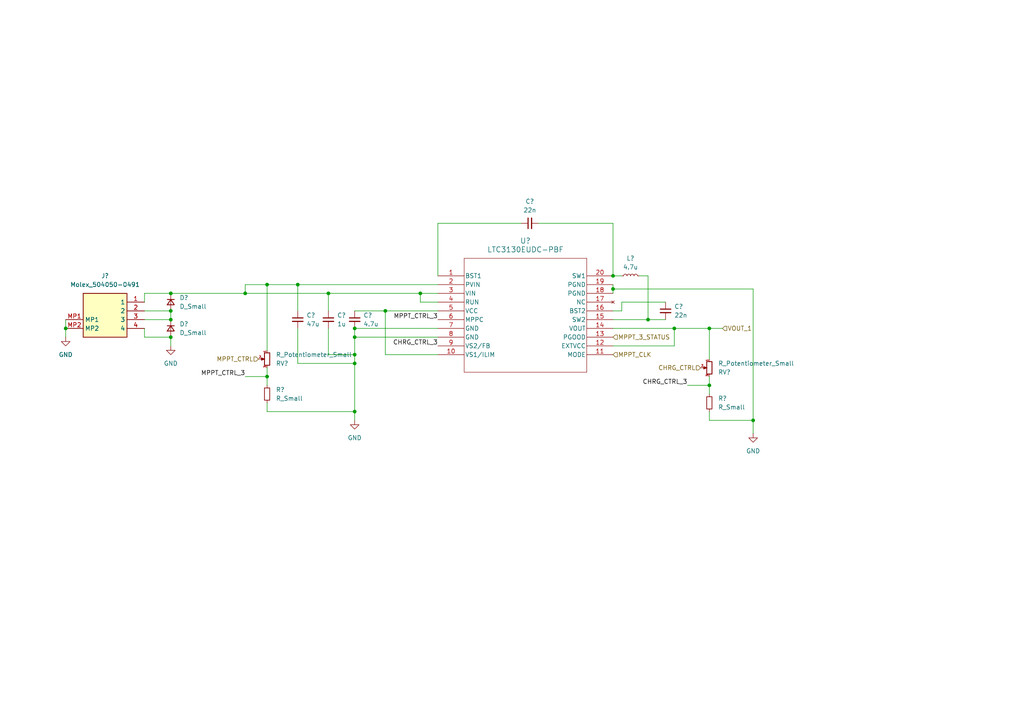
<source format=kicad_sch>
(kicad_sch (version 20231120) (generator "eeschema") (generator_version "8.0")
  (paper "A4")
  (lib_symbols
    (symbol "Device:C_Small" (pin_numbers hide) (pin_names (offset 0.254) hide)
      (property "Reference" "C" (at 0.254 1.778 0))
      (property "Value" "C_Small" (at 0.254 -2.032 0))
      (symbol "C_Small_0_1"
        (polyline (pts (xy -1.524 -0.508) (xy 1.524 -0.508)) (stroke (width 0.3302)))
        (polyline (pts (xy -1.524 0.508) (xy 1.524 0.508)) (stroke (width 0.3048)))
      )
      (symbol "C_Small_1_1"
        (pin passive line (at 0 2.54 270) (length 2.032) (name "~") (number "1"))
        (pin passive line (at 0 -2.54 90) (length 2.032) (name "~") (number "2"))
      )
    )
    (symbol "Device:D_Small" (pin_numbers hide) (pin_names (offset 0.254) hide)
      (property "Reference" "D" (at -1.27 2.032 0))
      (property "Value" "D_Small" (at -3.81 -2.032 0))
      (symbol "D_Small_0_1"
        (polyline (pts (xy -0.762 -1.016) (xy -0.762 1.016)) (stroke (width 0.254)))
        (polyline (pts (xy -0.762 0) (xy 0.762 0)))
        (polyline (pts (xy 0.762 -1.016) (xy -0.762 0) (xy 0.762 1.016) (xy 0.762 -1.016)) (stroke (width 0.254)))
      )
      (symbol "D_Small_1_1"
        (pin passive line (at -2.54 0 0) (length 1.778) (name "K") (number "1"))
        (pin passive line (at 2.54 0 180) (length 1.778) (name "A") (number "2"))
      )
    )
    (symbol "Device:L_Small" (pin_numbers hide) (pin_names (offset 0.254) hide)
      (property "Reference" "L" (at 0.762 1.016 0))
      (property "Value" "L_Small" (at 0.762 -1.016 0))
      (symbol "L_Small_0_1"
        (arc (start 0 -2.032) (mid 0.5058 -1.524) (end 0 -1.016))
        (arc (start 0 -1.016) (mid 0.5058 -0.508) (end 0 0))
        (arc (start 0 0) (mid 0.5058 0.508) (end 0 1.016))
        (arc (start 0 1.016) (mid 0.5058 1.524) (end 0 2.032))
      )
      (symbol "L_Small_1_1"
        (pin passive line (at 0 2.54 270) (length 0.508) (name "~") (number "1"))
        (pin passive line (at 0 -2.54 90) (length 0.508) (name "~") (number "2"))
      )
    )
    (symbol "Device:R_Potentiometer_Small" (pin_names (offset 1.016) hide)
      (property "Reference" "RV" (at -4.445 0 90))
      (property "Value" "R_Potentiometer_Small" (at -2.54 0 90))
      (symbol "R_Potentiometer_Small_0_1"
        (polyline (pts (xy 0.889 0) (xy 0.635 0) (xy 1.651 0.381) (xy 1.651 -0.381) (xy 0.635 0) (xy 0.889 0)) (fill (type outline)))
        (rectangle (start 0.762 1.8034) (end -0.762 -1.8034) (stroke (width 0.254)))
      )
      (symbol "R_Potentiometer_Small_1_1"
        (pin passive line (at 0 2.54 270) (length 0.635) (name "1") (number "1"))
        (pin passive line (at 2.54 0 180) (length 0.9906) (name "2") (number "2"))
        (pin passive line (at 0 -2.54 90) (length 0.635) (name "3") (number "3"))
      )
    )
    (symbol "Device:R_Small" (pin_numbers hide) (pin_names (offset 0.254) hide)
      (property "Reference" "R" (at 0.762 0.508 0))
      (property "Value" "R_Small" (at 0.762 -1.016 0))
      (symbol "R_Small_0_1"
        (rectangle (start -0.762 1.778) (end 0.762 -1.778) (stroke (width 0.2032)))
      )
      (symbol "R_Small_1_1"
        (pin passive line (at 0 2.54 270) (length 0.762) (name "~") (number "1"))
        (pin passive line (at 0 -2.54 90) (length 0.762) (name "~") (number "2"))
      )
    )
    (symbol "LTC3130:LTC3130EUDC-PBF" (pin_names (offset 0.254))
      (property "Reference" "U" (at 25.4 10.16 0))
      (property "Value" "LTC3130EUDC-PBF" (at 25.4 7.62 0))
      (symbol "LTC3130EUDC-PBF_0_1"
        (polyline (pts (xy 7.62 -27.94) (xy 43.18 -27.94)) (stroke (width 0.127)))
        (polyline (pts (xy 7.62 5.08) (xy 7.62 -27.94)) (stroke (width 0.127)))
        (polyline (pts (xy 43.18 -27.94) (xy 43.18 5.08)) (stroke (width 0.127)))
        (polyline (pts (xy 43.18 5.08) (xy 7.62 5.08)) (stroke (width 0.127)))
        (pin unspecified line (at 0 0 0) (length 7.62) (name "BST1") (number "1"))
        (pin bidirectional line (at 0 -22.86 0) (length 7.62) (name "VS1/ILIM") (number "10"))
        (pin unspecified line (at 50.8 -22.86 180) (length 7.62) (name "MODE") (number "11"))
        (pin input line (at 50.8 -20.32 180) (length 7.62) (name "EXTVCC") (number "12"))
        (pin output line (at 50.8 -17.78 180) (length 7.62) (name "PGOOD") (number "13"))
        (pin output line (at 50.8 -15.24 180) (length 7.62) (name "VOUT") (number "14"))
        (pin unspecified line (at 50.8 -12.7 180) (length 7.62) (name "SW2") (number "15"))
        (pin unspecified line (at 50.8 -10.16 180) (length 7.62) (name "BST2") (number "16"))
        (pin no_connect line (at 50.8 -7.62 180) (length 7.62) (name "NC") (number "17"))
        (pin power_out line (at 50.8 -5.08 180) (length 7.62) (name "PGND") (number "18"))
        (pin power_out line (at 50.8 -2.54 180) (length 7.62) (name "PGND") (number "19"))
        (pin input line (at 0 -2.54 0) (length 7.62) (name "PVIN") (number "2"))
        (pin unspecified line (at 50.8 0 180) (length 7.62) (name "SW1") (number "20"))
        (pin input line (at 0 -5.08 0) (length 7.62) (name "VIN") (number "3"))
        (pin input line (at 0 -7.62 0) (length 7.62) (name "RUN") (number "4"))
        (pin power_in line (at 0 -10.16 0) (length 7.62) (name "VCC") (number "5"))
        (pin unspecified line (at 0 -12.7 0) (length 7.62) (name "MPPC") (number "6"))
        (pin power_out line (at 0 -15.24 0) (length 7.62) (name "GND") (number "7"))
        (pin power_out line (at 0 -17.78 0) (length 7.62) (name "GND") (number "8"))
        (pin bidirectional line (at 0 -20.32 0) (length 7.62) (name "VS2/FB") (number "9"))
      )
    )
    (symbol "power:GND" (power) (pin_numbers hide) (pin_names (offset 0) hide)
      (property "Value" "GND" (at 0 -3.81 0))
      (symbol "GND_0_1"
        (polyline (pts (xy 0 0) (xy 0 -1.27) (xy 1.27 -1.27) (xy 0 -2.54) (xy -1.27 -1.27) (xy 0 -1.27)))
      )
      (symbol "GND_1_1"
        (pin power_in line (at 0 0 270) (length 0) (name "~") (number "1"))
      )
    )
    (symbol "tvsc_symbols:Molex_504050-0491"
      (property "Reference" "J" (at 19.05 7.62 0))
      (property "Value" "Molex_504050-0491" (at 19.05 5.08 0))
      (symbol "Molex_504050-0491_1_1"
        (rectangle (start 5.08 2.54) (end 17.78 -10.16) (stroke (width 0.254)) (fill (type background)))
        (pin passive line (at 0 -7.62 0) (length 5.08) (name "1") (number "1"))
        (pin passive line (at 0 -5.08 0) (length 5.08) (name "2") (number "2"))
        (pin passive line (at 0 -2.54 0) (length 5.08) (name "3") (number "3"))
        (pin passive line (at 0 0 0) (length 5.08) (name "4") (number "4"))
        (pin passive line (at 22.86 -2.54 180) (length 5.08) (name "MP1") (number "MP1"))
        (pin passive line (at 22.86 0 180) (length 5.08) (name "MP2") (number "MP2"))
      )
    )
  )
  (junction (at 77.47 82.55))
  (junction (at 195.58 95.25))
  (junction (at 102.87 119.38))
  (junction (at 218.44 121.92))
  (junction (at 102.87 105.41))
  (junction (at 77.47 109.22))
  (junction (at 86.36 82.55))
  (junction (at 102.87 102.87))
  (junction (at 49.53 90.17))
  (junction (at 49.53 97.79))
  (junction (at 187.96 92.71))
  (junction (at 205.74 95.25))
  (junction (at 49.53 92.71))
  (junction (at 95.25 85.09))
  (junction (at 102.87 95.25))
  (junction (at 205.74 111.76))
  (junction (at 49.53 85.09))
  (junction (at 102.87 97.79))
  (junction (at 177.8 83.82))
  (junction (at 19.05 95.25))
  (junction (at 111.76 90.17))
  (junction (at 121.92 85.09))
  (junction (at 177.8 80.01))
  (junction (at 71.12 85.09))
  (wire (pts (xy 199.39 111.76) (xy 205.74 111.76)))
  (wire (pts (xy 205.74 121.92) (xy 218.44 121.92)))
  (wire (pts (xy 102.87 97.79) (xy 102.87 95.25)))
  (wire (pts (xy 49.53 85.09) (xy 71.12 85.09)))
  (wire (pts (xy 41.91 97.79) (xy 41.91 95.25)))
  (wire (pts (xy 180.34 90.17) (xy 177.8 90.17)))
  (wire (pts (xy 205.74 109.22) (xy 205.74 111.76)))
  (wire (pts (xy 49.53 85.09) (xy 41.91 85.09)))
  (wire (pts (xy 77.47 116.84) (xy 77.47 119.38)))
  (wire (pts (xy 111.76 90.17) (xy 127 90.17)))
  (wire (pts (xy 180.34 80.01) (xy 177.8 80.01)))
  (wire (pts (xy 77.47 82.55) (xy 77.47 101.6)))
  (wire (pts (xy 218.44 83.82) (xy 218.44 121.92)))
  (wire (pts (xy 177.8 82.55) (xy 177.8 83.82)))
  (wire (pts (xy 209.55 95.25) (xy 205.74 95.25)))
  (wire (pts (xy 156.21 64.77) (xy 177.8 64.77)))
  (wire (pts (xy 41.91 92.71) (xy 49.53 92.71)))
  (wire (pts (xy 86.36 82.55) (xy 127 82.55)))
  (wire (pts (xy 121.92 87.63) (xy 121.92 85.09)))
  (wire (pts (xy 195.58 95.25) (xy 177.8 95.25)))
  (wire (pts (xy 193.04 92.71) (xy 187.96 92.71)))
  (wire (pts (xy 180.34 87.63) (xy 180.34 90.17)))
  (wire (pts (xy 193.04 87.63) (xy 180.34 87.63)))
  (wire (pts (xy 102.87 119.38) (xy 102.87 121.92)))
  (wire (pts (xy 71.12 109.22) (xy 77.47 109.22)))
  (wire (pts (xy 41.91 90.17) (xy 49.53 90.17)))
  (wire (pts (xy 19.05 92.71) (xy 19.05 95.25)))
  (wire (pts (xy 71.12 85.09) (xy 95.25 85.09)))
  (wire (pts (xy 95.25 102.87) (xy 102.87 102.87)))
  (wire (pts (xy 77.47 82.55) (xy 86.36 82.55)))
  (wire (pts (xy 151.13 64.77) (xy 127 64.77)))
  (wire (pts (xy 111.76 102.87) (xy 111.76 90.17)))
  (wire (pts (xy 205.74 119.38) (xy 205.74 121.92)))
  (wire (pts (xy 49.53 97.79) (xy 49.53 100.33)))
  (wire (pts (xy 177.8 64.77) (xy 177.8 80.01)))
  (wire (pts (xy 102.87 105.41) (xy 102.87 119.38)))
  (wire (pts (xy 218.44 121.92) (xy 218.44 125.73)))
  (wire (pts (xy 177.8 83.82) (xy 177.8 85.09)))
  (wire (pts (xy 177.8 92.71) (xy 187.96 92.71)))
  (wire (pts (xy 41.91 85.09) (xy 41.91 87.63)))
  (wire (pts (xy 121.92 85.09) (xy 127 85.09)))
  (wire (pts (xy 86.36 95.25) (xy 86.36 105.41)))
  (wire (pts (xy 127 87.63) (xy 121.92 87.63)))
  (wire (pts (xy 177.8 83.82) (xy 218.44 83.82)))
  (wire (pts (xy 205.74 95.25) (xy 205.74 104.14)))
  (wire (pts (xy 71.12 85.09) (xy 71.12 82.55)))
  (wire (pts (xy 86.36 90.17) (xy 86.36 82.55)))
  (wire (pts (xy 195.58 100.33) (xy 195.58 95.25)))
  (wire (pts (xy 19.05 95.25) (xy 19.05 97.79)))
  (wire (pts (xy 205.74 95.25) (xy 195.58 95.25)))
  (wire (pts (xy 95.25 85.09) (xy 121.92 85.09)))
  (wire (pts (xy 86.36 105.41) (xy 102.87 105.41)))
  (wire (pts (xy 77.47 106.68) (xy 77.47 109.22)))
  (wire (pts (xy 95.25 90.17) (xy 95.25 85.09)))
  (wire (pts (xy 102.87 102.87) (xy 102.87 97.79)))
  (wire (pts (xy 127 64.77) (xy 127 80.01)))
  (wire (pts (xy 49.53 90.17) (xy 49.53 92.71)))
  (wire (pts (xy 102.87 90.17) (xy 111.76 90.17)))
  (wire (pts (xy 95.25 95.25) (xy 95.25 102.87)))
  (wire (pts (xy 187.96 80.01) (xy 185.42 80.01)))
  (wire (pts (xy 177.8 100.33) (xy 195.58 100.33)))
  (wire (pts (xy 71.12 82.55) (xy 77.47 82.55)))
  (wire (pts (xy 187.96 92.71) (xy 187.96 80.01)))
  (wire (pts (xy 127 102.87) (xy 111.76 102.87)))
  (wire (pts (xy 102.87 95.25) (xy 127 95.25)))
  (wire (pts (xy 77.47 119.38) (xy 102.87 119.38)))
  (wire (pts (xy 49.53 97.79) (xy 41.91 97.79)))
  (wire (pts (xy 102.87 97.79) (xy 127 97.79)))
  (wire (pts (xy 102.87 105.41) (xy 102.87 102.87)))
  (wire (pts (xy 77.47 109.22) (xy 77.47 111.76)))
  (wire (pts (xy 205.74 111.76) (xy 205.74 114.3)))
  (label "MPPT_CTRL_3" (at 71.12 109.22 180))
  (label "MPPT_CTRL_3" (at 127 92.71 180))
  (label "CHRG_CTRL_3" (at 127 100.33 180))
  (label "CHRG_CTRL_3" (at 199.39 111.76 180))
  (hierarchical_label "VOUT_1" (shape input) (at 209.55 95.25 0))
  (hierarchical_label "MPPT_CLK" (shape input) (at 177.8 102.87 0))
  (hierarchical_label "CHRG_CTRL" (shape input) (at 203.2 106.68 180))
  (hierarchical_label "MPPT_3_STATUS" (shape input) (at 177.8 97.79 0))
  (hierarchical_label "MPPT_CTRL" (shape input) (at 74.93 104.14 180))
  (symbol (lib_id "Device:C_Small") (at 86.36 92.71 0) (unit 1)
    (property "Reference" "C?" (at 88.9 91.4462 0) (effects (justify left)))
    (property "Value" "47u" (at 88.9 93.9862 0) (effects (justify left)))
    (property "Description" "Unpolarized capacitor, small symbol" (effects (hide yes)))
  )
  (symbol (lib_id "Device:D_Small") (at 49.53 95.25 270) (unit 1)
    (property "Reference" "D?" (at 52.07 93.9799 90) (effects (justify left)))
    (property "Value" "D_Small" (at 52.07 96.5199 90) (effects (justify left)))
    (property "Description" "Diode, small symbol" (effects (hide yes)))
    (property "Sim.Device" "D" (effects (hide yes)))
    (property "Sim.Pins" "1=K 2=A" (effects (hide yes)))
  )
  (symbol (lib_id "Device:C_Small") (at 193.04 90.17 0) (unit 1)
    (property "Reference" "C?" (at 195.58 88.9062 0) (effects (justify left)))
    (property "Value" "22n" (at 195.58 91.4462 0) (effects (justify left)))
    (property "Description" "Unpolarized capacitor, small symbol" (effects (hide yes)))
  )
  (symbol (lib_id "power:GND") (at 218.44 125.73 0) (unit 1)
    (property "Reference" "#PWR04" (effects (hide yes)))
    (property "Value" "GND" (at 218.44 130.81 0))
    (property "Description" "Power symbol creates a global label with name \"GND\" , ground" (effects (hide yes)))
    (instances (project "power_board" (path "" (reference "#PWR04") (unit 1)) (path "" (reference "#PWR08") (unit 1)) (path "" (reference "#PWR012") (unit 1))))
  )
  (symbol (lib_id "Device:D_Small") (at 49.53 87.63 270) (unit 1)
    (property "Reference" "D?" (at 52.07 86.3599 90) (effects (justify left)))
    (property "Value" "D_Small" (at 52.07 88.8999 90) (effects (justify left)))
    (property "Description" "Diode, small symbol" (effects (hide yes)))
    (property "Sim.Device" "D" (effects (hide yes)))
    (property "Sim.Pins" "1=K 2=A" (effects (hide yes)))
  )
  (symbol (lib_id "Device:R_Small") (at 77.47 114.3 0) (unit 1)
    (property "Reference" "R?" (at 80.01 113.0299 0) (effects (justify left)))
    (property "Value" "R_Small" (at 80.01 115.5699 0) (effects (justify left)))
    (property "Description" "Resistor, small symbol" (effects (hide yes)))
  )
  (symbol (lib_id "tvsc_symbols:Molex_504050-0491") (at 41.91 95.25 180) (unit 1)
    (property "Reference" "J?" (at 30.48 80.01 0))
    (property "Value" "Molex_504050-0491" (at 30.48 82.55 0))
    (property "Footprint" "footprints:Molex_504050-0491" (effects (hide yes)))
    (property "Datasheet" "http://www.molex.com/pdm_docs/sd/5040500491_sd.pdf" (effects (hide yes)))
    (property "Description" "4-pin Pico-Lock Header" (effects (hide yes)))
    (property "Manufacturer" "Molex" (effects (hide yes)))
    (property "Manufacturer Part Number" "504050-0491" (effects (hide yes)))
    (property "MPN" "C177235" (effects (hide yes)))
  )
  (symbol (lib_id "Device:R_Potentiometer_Small") (at 205.74 106.68 0) (mirror y) (unit 1)
    (property "Reference" "RV?" (at 208.28 107.9501 0) (effects (justify right)))
    (property "Value" "R_Potentiometer_Small" (at 208.28 105.4101 0) (effects (justify right)))
    (property "Description" "Potentiometer" (effects (hide yes)))
  )
  (symbol (lib_id "Device:C_Small") (at 153.67 64.77 90) (unit 1)
    (property "Reference" "C?" (at 153.6763 58.42 90))
    (property "Value" "22n" (at 153.6763 60.96 90))
    (property "Description" "Unpolarized capacitor, small symbol" (effects (hide yes)))
  )
  (symbol (lib_id "Device:R_Potentiometer_Small") (at 77.47 104.14 0) (mirror y) (unit 1)
    (property "Reference" "RV?" (at 80.01 105.4101 0) (effects (justify right)))
    (property "Value" "R_Potentiometer_Small" (at 80.01 102.8701 0) (effects (justify right)))
    (property "Description" "Potentiometer" (effects (hide yes)))
  )
  (symbol (lib_id "power:GND") (at 102.87 121.92 0) (unit 1)
    (property "Reference" "#PWR03" (effects (hide yes)))
    (property "Value" "GND" (at 102.87 127 0))
    (property "Description" "Power symbol creates a global label with name \"GND\" , ground" (effects (hide yes)))
    (instances (project "power_board" (path "" (reference "#PWR03") (unit 1)) (path "" (reference "#PWR07") (unit 1)) (path "" (reference "#PWR011") (unit 1))))
  )
  (symbol (lib_id "Device:C_Small") (at 102.87 92.71 0) (unit 1)
    (property "Reference" "C?" (at 105.41 91.4462 0) (effects (justify left)))
    (property "Value" "4.7u" (at 105.41 93.9862 0) (effects (justify left)))
    (property "Description" "Unpolarized capacitor, small symbol" (effects (hide yes)))
  )
  (symbol (lib_id "Device:C_Small") (at 95.25 92.71 0) (unit 1)
    (property "Reference" "C?" (at 97.79 91.4462 0) (effects (justify left)))
    (property "Value" "1u" (at 97.79 93.9862 0) (effects (justify left)))
    (property "Description" "Unpolarized capacitor, small symbol" (effects (hide yes)))
  )
  (symbol (lib_id "power:GND") (at 49.53 100.33 0) (unit 1)
    (property "Reference" "#PWR02" (effects (hide yes)))
    (property "Value" "GND" (at 49.53 105.41 0))
    (property "Description" "Power symbol creates a global label with name \"GND\" , ground" (effects (hide yes)))
    (instances (project "power_board" (path "" (reference "#PWR02") (unit 1)) (path "" (reference "#PWR06") (unit 1)) (path "" (reference "#PWR010") (unit 1))))
  )
  (symbol (lib_id "Device:R_Small") (at 205.74 116.84 0) (unit 1)
    (property "Reference" "R?" (at 208.28 115.5699 0) (effects (justify left)))
    (property "Value" "R_Small" (at 208.28 118.1099 0) (effects (justify left)))
    (property "Description" "Resistor, small symbol" (effects (hide yes)))
  )
  (symbol (lib_id "power:GND") (at 19.05 97.79 0) (unit 1)
    (property "Reference" "#PWR01" (effects (hide yes)))
    (property "Value" "GND" (at 19.05 102.87 0))
    (property "Description" "Power symbol creates a global label with name \"GND\" , ground" (effects (hide yes)))
    (instances (project "power_board" (path "" (reference "#PWR01") (unit 1)) (path "" (reference "#PWR05") (unit 1)) (path "" (reference "#PWR09") (unit 1))))
  )
  (symbol (lib_id "Device:L_Small") (at 182.88 80.01 90) (unit 1)
    (property "Reference" "L?" (at 182.88 74.93 90))
    (property "Value" "4.7u" (at 182.88 77.47 90))
    (property "Description" "Inductor, small symbol" (effects (hide yes)))
  )
  (symbol (lib_id "LTC3130:LTC3130EUDC-PBF") (at 127 80.01 0) (unit 1)
    (property "Reference" "U?" (at 152.4 69.85 0) (effects (font (size 1.524 1.524))))
    (property "Value" "LTC3130EUDC-PBF" (at 152.4 72.39 0) (effects (font (size 1.524 1.524))))
    (property "Footprint" "UDC_20_ADI" (effects (hide yes)))
    (property "Datasheet" "LTC3130EUDC-PBF" (effects (hide yes)))
  )
)
</source>
